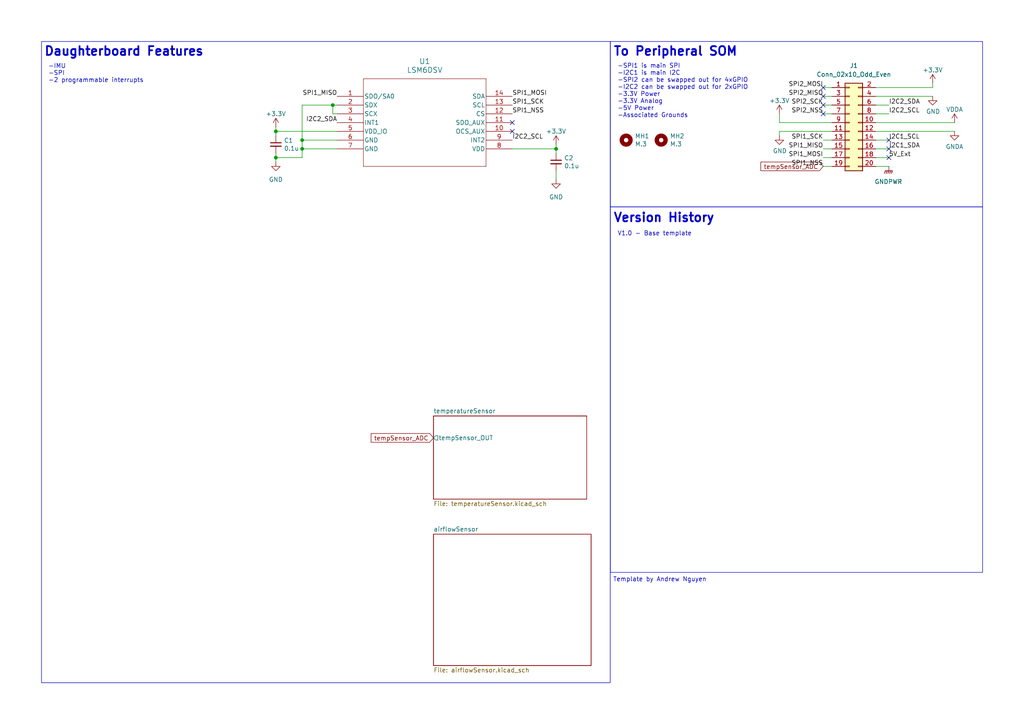
<source format=kicad_sch>
(kicad_sch (version 20230121) (generator eeschema)
  (paper "A4")
  (lib_symbols
    (symbol "Connector_Generic:Conn_02x10_Odd_Even" (pin_names (offset 1.016) hide)
      (property "Reference" "J1" (at 1.27 16.51 0))
      (property "Value" "Conn_02x10_Odd_Even" (at 1.27 13.97 0))
      (symbol "Conn_02x10_Odd_Even_1_1"
        (rectangle (start -1.27 -12.573) (end 0 -12.827) (stroke (width 0.1524)))
        (rectangle (start -1.27 -10.033) (end 0 -10.287) (stroke (width 0.1524)))
        (rectangle (start -1.27 -7.493) (end 0 -7.747) (stroke (width 0.1524)))
        (rectangle (start -1.27 -4.953) (end 0 -5.207) (stroke (width 0.1524)))
        (rectangle (start -1.27 -2.413) (end 0 -2.667) (stroke (width 0.1524)))
        (rectangle (start -1.27 0.127) (end 0 -0.127) (stroke (width 0.1524)))
        (rectangle (start -1.27 2.667) (end 0 2.413) (stroke (width 0.1524)))
        (rectangle (start -1.27 5.207) (end 0 4.953) (stroke (width 0.1524)))
        (rectangle (start -1.27 7.747) (end 0 7.493) (stroke (width 0.1524)))
        (rectangle (start -1.27 10.287) (end 0 10.033) (stroke (width 0.1524)))
        (rectangle (start -1.27 11.43) (end 3.81 -13.97) (stroke (width 0.254)) (fill (type background)))
        (rectangle (start 3.81 -12.573) (end 2.54 -12.827) (stroke (width 0.1524)))
        (rectangle (start 3.81 -10.033) (end 2.54 -10.287) (stroke (width 0.1524)))
        (rectangle (start 3.81 -7.493) (end 2.54 -7.747) (stroke (width 0.1524)))
        (rectangle (start 3.81 -4.953) (end 2.54 -5.207) (stroke (width 0.1524)))
        (rectangle (start 3.81 -2.413) (end 2.54 -2.667) (stroke (width 0.1524)))
        (rectangle (start 3.81 0.127) (end 2.54 -0.127) (stroke (width 0.1524)))
        (rectangle (start 3.81 2.667) (end 2.54 2.413) (stroke (width 0.1524)))
        (rectangle (start 3.81 5.207) (end 2.54 4.953) (stroke (width 0.1524)))
        (rectangle (start 3.81 7.747) (end 2.54 7.493) (stroke (width 0.1524)))
        (rectangle (start 3.81 10.287) (end 2.54 10.033) (stroke (width 0.1524)))
        (pin passive line (at -5.08 10.16 0) (length 3.81) (name "Pin_1") (number "1"))
        (pin power_out line (at 7.62 0 180) (length 3.81) (name "Pin_10") (number "10"))
        (pin passive line (at -5.08 -2.54 0) (length 3.81) (name "Pin_11") (number "11"))
        (pin power_out line (at 7.62 -2.54 180) (length 3.81) (name "Pin_12") (number "12"))
        (pin passive line (at -5.08 -5.08 0) (length 3.81) (name "Pin_13") (number "13"))
        (pin passive line (at 7.62 -5.08 180) (length 3.81) (name "Pin_14") (number "14"))
        (pin passive line (at -5.08 -7.62 0) (length 3.81) (name "Pin_15") (number "15"))
        (pin passive line (at 7.62 -7.62 180) (length 3.81) (name "Pin_16") (number "16"))
        (pin passive line (at -5.08 -10.16 0) (length 3.81) (name "Pin_17") (number "17"))
        (pin passive line (at 7.62 -10.16 180) (length 3.81) (name "Pin_18") (number "18"))
        (pin passive line (at -5.08 -12.7 0) (length 3.81) (name "Pin_19") (number "19"))
        (pin power_out line (at 7.62 10.16 180) (length 3.81) (name "Pin_2") (number "2"))
        (pin power_out line (at 7.62 -12.7 180) (length 3.81) (name "Pin_20") (number "20"))
        (pin passive line (at -5.08 7.62 0) (length 3.81) (name "Pin_3") (number "3"))
        (pin power_out line (at 7.62 7.62 180) (length 3.81) (name "Pin_4") (number "4"))
        (pin passive line (at -5.08 5.08 0) (length 3.81) (name "Pin_5") (number "5"))
        (pin passive line (at 7.62 5.08 180) (length 3.81) (name "Pin_6") (number "6"))
        (pin passive line (at -5.08 2.54 0) (length 3.81) (name "Pin_7") (number "7"))
        (pin passive line (at 7.62 2.54 180) (length 3.81) (name "Pin_8") (number "8"))
        (pin passive line (at -5.08 0 0) (length 3.81) (name "Pin_9") (number "9"))
      )
    )
    (symbol "Device:C_Small" (pin_numbers hide) (pin_names (offset 0.254) hide)
      (property "Reference" "C" (at 0.254 1.778 0))
      (property "Value" "C_Small" (at 0.254 -2.032 0))
      (symbol "C_Small_0_1"
        (polyline (pts (xy -1.524 -0.508) (xy 1.524 -0.508)) (stroke (width 0.3302)))
        (polyline (pts (xy -1.524 0.508) (xy 1.524 0.508)) (stroke (width 0.3048)))
      )
      (symbol "C_Small_1_1"
        (pin passive line (at 0 2.54 270) (length 2.032) (name "~") (number "1"))
        (pin passive line (at 0 -2.54 90) (length 2.032) (name "~") (number "2"))
      )
    )
    (symbol "Mechanical:MountingHole" (pin_names (offset 1.016))
      (property "Reference" "H" (at 0 5.08 0))
      (property "Value" "MountingHole" (at 0 3.175 0))
      (symbol "MountingHole_0_1"
        (circle (center 0 0) (radius 1.27) (stroke (width 1.27)))
      )
    )
    (symbol "power:+3.3V" (power) (pin_names (offset 0))
      (property "Value" "+3.3V" (at 0 3.556 0))
      (symbol "+3.3V_0_1"
        (polyline (pts (xy -0.762 1.27) (xy 0 2.54)))
        (polyline (pts (xy 0 0) (xy 0 2.54)))
        (polyline (pts (xy 0 2.54) (xy 0.762 1.27)))
      )
      (symbol "+3.3V_1_1"
        (pin power_in line (at 0 0 90) (length 0) hide (name "+3.3V") (number "1"))
      )
    )
    (symbol "power:GND" (power) (pin_names (offset 0))
      (property "Value" "GND" (at 0 -3.81 0))
      (symbol "GND_0_1"
        (polyline (pts (xy 0 0) (xy 0 -1.27) (xy 1.27 -1.27) (xy 0 -2.54) (xy -1.27 -1.27) (xy 0 -1.27)))
      )
      (symbol "GND_1_1"
        (pin power_in line (at 0 0 270) (length 0) hide (name "GND") (number "1"))
      )
    )
    (symbol "power:GNDA" (power) (pin_names (offset 0))
      (property "Value" "GNDA" (at 0 -3.81 0))
      (symbol "GNDA_0_1"
        (polyline (pts (xy 0 0) (xy 0 -1.27) (xy 1.27 -1.27) (xy 0 -2.54) (xy -1.27 -1.27) (xy 0 -1.27)))
      )
      (symbol "GNDA_1_1"
        (pin power_in line (at 0 0 270) (length 0) hide (name "GNDA") (number "1"))
      )
    )
    (symbol "power:GNDPWR" (power) (pin_names (offset 0))
      (property "Value" "GNDPWR" (at 0 -3.302 0))
      (symbol "GNDPWR_0_1"
        (polyline (pts (xy 0 -1.27) (xy 0 0)))
        (polyline (pts (xy -1.016 -1.27) (xy -1.27 -2.032) (xy -1.27 -2.032)) (stroke (width 0.2032)))
        (polyline (pts (xy -0.508 -1.27) (xy -0.762 -2.032) (xy -0.762 -2.032)) (stroke (width 0.2032)))
        (polyline (pts (xy 0 -1.27) (xy -0.254 -2.032) (xy -0.254 -2.032)) (stroke (width 0.2032)))
        (polyline (pts (xy 0.508 -1.27) (xy 0.254 -2.032) (xy 0.254 -2.032)) (stroke (width 0.2032)))
        (polyline (pts (xy 1.016 -1.27) (xy -1.016 -1.27) (xy -1.016 -1.27)) (stroke (width 0.2032)))
        (polyline (pts (xy 1.016 -1.27) (xy 0.762 -2.032) (xy 0.762 -2.032) (xy 0.762 -2.032)) (stroke (width 0.2032)))
      )
      (symbol "GNDPWR_1_1"
        (pin power_in line (at 0 0 270) (length 0) hide (name "GNDPWR") (number "1"))
      )
    )
    (symbol "power:VDDA" (power) (pin_names (offset 0))
      (property "Value" "VDDA" (at 0 3.81 0))
      (symbol "VDDA_0_1"
        (polyline (pts (xy -0.762 1.27) (xy 0 2.54)))
        (polyline (pts (xy 0 0) (xy 0 2.54)))
        (polyline (pts (xy 0 2.54) (xy 0.762 1.27)))
      )
      (symbol "VDDA_1_1"
        (pin power_in line (at 0 0 90) (length 0) hide (name "VDDA") (number "1"))
      )
    )
    (symbol "utsvt-chips:LSM6DSV" (pin_names (offset 0.254))
      (property "Reference" "U" (at 25.4 10.16 0))
      (property "Value" "LSM6DSV" (at 25.4 7.62 0))
      (property "P/N" "LSM6DSV" (at 0 0 0))
      (symbol "LSM6DSV_0_1"
        (polyline (pts (xy 7.62 -20.32) (xy 43.18 -20.32)) (stroke (width 0.127)))
        (polyline (pts (xy 7.62 5.08) (xy 7.62 -20.32)) (stroke (width 0.127)))
        (polyline (pts (xy 43.18 -20.32) (xy 43.18 5.08)) (stroke (width 0.127)))
        (polyline (pts (xy 43.18 5.08) (xy 7.62 5.08)) (stroke (width 0.127)))
      )
      (symbol "LSM6DSV_1_1"
        (pin output line (at 0 0 0) (length 7.62) (name "SDO/SA0") (number "1"))
        (pin bidirectional line (at 50.8 -10.16 180) (length 7.62) (name "OCS_AUX") (number "10"))
        (pin bidirectional line (at 50.8 -7.62 180) (length 7.62) (name "SDO_AUX") (number "11"))
        (pin input line (at 50.8 -5.08 180) (length 7.62) (name "CS") (number "12"))
        (pin input line (at 50.8 -2.54 180) (length 7.62) (name "SCL") (number "13"))
        (pin input line (at 50.8 0 180) (length 7.62) (name "SDA") (number "14"))
        (pin passive line (at 0 -2.54 0) (length 7.62) (name "SDX") (number "2"))
        (pin passive line (at 0 -5.08 0) (length 7.62) (name "SCX") (number "3"))
        (pin output line (at 0 -7.62 0) (length 7.62) (name "INT1") (number "4"))
        (pin passive line (at 0 -10.16 0) (length 7.62) (name "VDD_IO") (number "5"))
        (pin passive line (at 0 -12.7 0) (length 7.62) (name "GND") (number "6"))
        (pin passive line (at 0 -15.24 0) (length 7.62) (name "GND") (number "7"))
        (pin passive line (at 50.8 -15.24 180) (length 7.62) (name "VDD") (number "8"))
        (pin output line (at 50.8 -12.7 180) (length 7.62) (name "INT2") (number "9"))
      )
    )
  )
  (junction (at 161.29 43.18))
  (junction (at 87.63 43.18))
  (junction (at 80.01 45.72))
  (junction (at 96.52 30.48))
  (junction (at 87.63 40.64))
  (junction (at 80.01 38.1))
  (no_connect (at 257.81 45.72))
  (no_connect (at 148.59 38.1))
  (no_connect (at 238.76 27.94))
  (no_connect (at 148.59 35.56))
  (no_connect (at 257.81 43.18))
  (no_connect (at 238.76 33.02))
  (no_connect (at 238.76 25.4))
  (no_connect (at 257.81 40.64))
  (no_connect (at 238.76 30.48))
  (wire (pts (xy 254 27.94) (xy 270.51 27.94)))
  (wire (pts (xy 254 48.26) (xy 257.81 48.26)))
  (wire (pts (xy 254 40.64) (xy 257.81 40.64)))
  (wire (pts (xy 80.01 36.83) (xy 80.01 38.1)))
  (wire (pts (xy 80.01 45.72) (xy 80.01 46.99)))
  (wire (pts (xy 254 45.72) (xy 257.81 45.72)))
  (wire (pts (xy 87.63 30.48) (xy 96.52 30.48)))
  (wire (pts (xy 161.29 43.18) (xy 148.59 43.18)))
  (wire (pts (xy 87.63 40.64) (xy 87.63 43.18)))
  (wire (pts (xy 254 25.4) (xy 270.51 25.4)))
  (wire (pts (xy 254 30.48) (xy 257.81 30.48)))
  (wire (pts (xy 270.51 25.4) (xy 270.51 24.13)))
  (wire (pts (xy 96.52 30.48) (xy 96.52 33.02)))
  (wire (pts (xy 161.29 43.18) (xy 161.29 44.45)))
  (wire (pts (xy 87.63 40.64) (xy 97.79 40.64)))
  (wire (pts (xy 87.63 43.18) (xy 87.63 45.72)))
  (wire (pts (xy 97.79 30.48) (xy 96.52 30.48)))
  (wire (pts (xy 276.86 35.56) (xy 254 35.56)))
  (wire (pts (xy 238.76 33.02) (xy 241.3 33.02)))
  (wire (pts (xy 238.76 48.26) (xy 241.3 48.26)))
  (wire (pts (xy 238.76 43.18) (xy 241.3 43.18)))
  (wire (pts (xy 238.76 40.64) (xy 241.3 40.64)))
  (wire (pts (xy 276.86 38.1) (xy 254 38.1)))
  (wire (pts (xy 226.06 38.1) (xy 241.3 38.1)))
  (wire (pts (xy 80.01 38.1) (xy 97.79 38.1)))
  (wire (pts (xy 238.76 30.48) (xy 241.3 30.48)))
  (wire (pts (xy 226.06 35.56) (xy 241.3 35.56)))
  (wire (pts (xy 238.76 45.72) (xy 241.3 45.72)))
  (wire (pts (xy 87.63 30.48) (xy 87.63 40.64)))
  (wire (pts (xy 161.29 41.91) (xy 161.29 43.18)))
  (wire (pts (xy 226.06 38.1) (xy 226.06 39.37)))
  (wire (pts (xy 254 33.02) (xy 257.81 33.02)))
  (wire (pts (xy 87.63 43.18) (xy 97.79 43.18)))
  (wire (pts (xy 238.76 27.94) (xy 241.3 27.94)))
  (wire (pts (xy 80.01 44.45) (xy 80.01 45.72)))
  (wire (pts (xy 226.06 33.02) (xy 226.06 35.56)))
  (wire (pts (xy 96.52 33.02) (xy 97.79 33.02)))
  (wire (pts (xy 238.76 25.4) (xy 241.3 25.4)))
  (wire (pts (xy 161.29 49.53) (xy 161.29 52.07)))
  (wire (pts (xy 254 43.18) (xy 257.81 43.18)))
  (wire (pts (xy 80.01 45.72) (xy 87.63 45.72)))
  (wire (pts (xy 80.01 38.1) (xy 80.01 39.37)))
  (rectangle (start 12.0396 12.0396) (end 176.9872 198.0184))
  (rectangle (start 177.038 59.9948) (end 284.988 166.0144))
  (rectangle (start 177.038 12.0396) (end 284.988 59.9948))
  (text "To Peripheral SOM" (at 177.8 16.51 0) (effects (font (size 2.54 2.54) (thickness 0.508) bold) (justify left bottom)))
  (text "-IMU\n-SPI\n-2 programmable interrupts" (at 13.97 24.13 0) (effects (font (size 1.27 1.27)) (justify left bottom)))
  (text "Template by Andrew Nguyen" (at 177.8 168.91 0) (effects (font (size 1.27 1.27)) (justify left bottom)))
  (text "Daughterboard Features" (at 12.7 16.51 0) (effects (font (size 2.54 2.54) (thickness 0.508) bold) (justify left bottom)))
  (text "-SPI1 is main SPI\n-I2C1 is main I2C\n-SPI2 can be swapped out for 4xGPIO\n-I2C2 can be swapped out for 2xGPIO\n-3.3V Power\n-3.3V Analog\n-5V Power\n-Associated Grounds" (at 179.07 34.29 0) (effects (font (size 1.27 1.27)) (justify left bottom)))
  (text "V1.0 - Base template" (at 179.07 68.58 0) (effects (font (size 1.27 1.27)) (justify left bottom)))
  (text "Version History" (at 177.8 64.77 0) (effects (font (size 2.54 2.54) (thickness 0.508) bold) (justify left bottom)))
  (label "SPI2_MOSI" (at 238.76 25.4 180))
  (label "I2C1_SDA" (at 257.81 43.18 0))
  (label "SPI1_NSS" (at 148.59 33.02 0))
  (label "SPI1_MOSI" (at 238.76 45.72 180))
  (label "SPI1_SCK" (at 148.59 30.48 0))
  (label "I2C2_SDA" (at 97.79 35.56 180))
  (label "SPI1_NSS" (at 238.76 48.26 180))
  (label "SPI1_MISO" (at 238.76 43.18 180))
  (label "I2C2_SCL" (at 257.81 33.02 0))
  (label "5V_Ext" (at 257.81 45.72 0))
  (label "I2C2_SDA" (at 257.81 30.48 0))
  (label "SPI2_MISO" (at 238.76 27.94 180))
  (label "SPI1_MOSI" (at 148.59 27.94 0))
  (label "SPI1_SCK" (at 238.76 40.64 180))
  (label "I2C2_SCL" (at 148.59 40.64 0))
  (label "SPI1_MISO" (at 97.79 27.94 180))
  (label "I2C1_SCL" (at 257.81 40.64 0))
  (label "SPI2_SCK" (at 238.76 30.48 180))
  (label "SPI2_NSS" (at 238.76 33.02 180))
  (global_label "tempSensor_ADC" (shape input) (at 125.73 127 180) (property "Intersheetrefs" "${INTERSHEET_REFS}" (effects hide)))
  (global_label "tempSensor_ADC" (shape input) (at 238.76 48.26 180) (property "Intersheetrefs" "${INTERSHEET_REFS}" (effects hide)))
  (symbol (lib_id "power:+3.3V") (at 80.01 36.83 0) (unit 1)
    (property "Reference" "#PWR013" (effects hide))
    (property "Value" "+3.3V" (at 80.01 33.02 0))
  )
  (symbol (lib_id "Connector_Generic:Conn_02x10_Odd_Even") (at 246.38 35.56 0) (unit 1)
    (property "Reference" "J1" (at 247.65 19.05 0))
    (property "Value" "Conn_02x10_Odd_Even" (at 247.65 21.59 0))
    (property "Footprint" "UTSVT_Connectors:Molex_53307-2071" (effects hide))
    (property "P/N" "53307-2071" (effects hide))
  )
  (symbol (lib_id "power:GNDA") (at 276.86 38.1 0) (unit 1)
    (property "Reference" "#PWR07" (effects hide))
    (property "Value" "GNDA" (at 276.86 42.545 0))
  )
  (symbol (lib_id "power:GND") (at 270.51 27.94 0) (unit 1)
    (property "Reference" "#PWR05" (effects hide))
    (property "Value" "GND" (at 270.637 32.3342 0))
  )
  (symbol (lib_id "power:+3.3V") (at 270.51 24.13 0) (unit 1)
    (property "Reference" "#PWR04" (effects hide))
    (property "Value" "+3.3V" (at 270.51 20.32 0))
  )
  (symbol (lib_id "power:GND") (at 161.29 52.07 0) (unit 1)
    (property "Reference" "#PWR011" (effects hide))
    (property "Value" "GND" (at 161.29 57.15 0))
  )
  (symbol (lib_id "power:+3.3V") (at 226.06 33.02 0) (unit 1)
    (property "Reference" "#PWR01" (effects hide))
    (property "Value" "+3.3V" (at 226.06 29.21 0))
  )
  (symbol (lib_id "power:GND") (at 226.06 39.37 0) (unit 1)
    (property "Reference" "#PWR02" (effects hide))
    (property "Value" "GND" (at 226.187 43.7642 0))
  )
  (symbol (lib_id "power:GND") (at 80.01 46.99 0) (unit 1)
    (property "Reference" "#PWR012" (effects hide))
    (property "Value" "GND" (at 80.01 52.07 0))
  )
  (symbol (lib_id "power:+3.3V") (at 161.29 41.91 0) (unit 1)
    (property "Reference" "#PWR010" (effects hide))
    (property "Value" "+3.3V" (at 161.29 38.1 0))
  )
  (symbol (lib_id "Device:C_Small") (at 80.01 41.91 0) (unit 1)
    (property "Reference" "C1" (at 82.3468 40.7416 0) (effects (justify left)))
    (property "Value" "0.1u" (at 82.3468 43.053 0) (effects (justify left)))
    (property "Footprint" "Capacitor_SMD:C_0805_2012Metric" (effects hide))
    (property "Datasheet" "https://www.mouser.com/datasheet/2/212/KEM_C1002_X7R_SMD-1102033.pdf" (effects hide))
    (property "P/N" "C0805C104K5RAC7411" (effects hide))
  )
  (symbol (lib_id "Mechanical:MountingHole") (at 181.61 40.64 0) (unit 1)
    (property "Reference" "MH1" (at 184.15 39.4716 0) (effects (justify left)))
    (property "Value" "M.3" (at 184.15 41.783 0) (effects (justify left)))
    (property "Footprint" "MountingHole:MountingHole_3mm" (effects hide))
  )
  (symbol (lib_id "Mechanical:MountingHole") (at 191.77 40.64 0) (unit 1)
    (property "Reference" "MH2" (at 194.31 39.4716 0) (effects (justify left)))
    (property "Value" "M.3" (at 194.31 41.783 0) (effects (justify left)))
    (property "Footprint" "MountingHole:MountingHole_3mm" (effects hide))
  )
  (symbol (lib_id "power:GNDPWR") (at 257.81 48.26 0) (unit 1)
    (property "Reference" "#PWR03" (effects hide))
    (property "Value" "GNDPWR" (at 257.683 52.705 0))
  )
  (symbol (lib_id "utsvt-chips:LSM6DSV") (at 97.79 27.94 0) (unit 1)
    (property "Reference" "U1" (at 123.19 17.78 0) (effects (font (size 1.524 1.524))))
    (property "Value" "LSM6DSV" (at 123.19 20.32 0) (effects (font (size 1.524 1.524))))
    (property "Footprint" "UTSVT_ICs:LGA14-L_2P59X3P1X0P5_STM" (effects hide))
    (property "Datasheet" "https://www.mouser.com/datasheet/2/389/lsm6dsv-3006811.pdf" (effects hide))
    (property "P/N" "LSM6DSV" (effects hide))
  )
  (symbol (lib_id "power:VDDA") (at 276.86 35.56 0) (unit 1)
    (property "Reference" "#PWR06" (effects hide))
    (property "Value" "VDDA" (at 276.86 31.75 0))
  )
  (symbol (lib_id "Device:C_Small") (at 161.29 46.99 0) (unit 1)
    (property "Reference" "C2" (at 163.6268 45.8216 0) (effects (justify left)))
    (property "Value" "0.1u" (at 163.6268 48.133 0) (effects (justify left)))
    (property "Footprint" "Capacitor_SMD:C_0805_2012Metric" (effects hide))
    (property "Datasheet" "https://www.mouser.com/datasheet/2/212/KEM_C1002_X7R_SMD-1102033.pdf" (effects hide))
    (property "P/N" "C0805C104K5RAC7411" (effects hide))
  )
  (sheet (at 125.73 120.65) (size 44.45 24.13) (stroke (width 0.1524))
    (property "Sheetname" "temperatureSensor" (at 125.73 119.9384 0) (effects (justify left bottom)))
    (property "Sheetfile" "temperatureSensor.kicad_sch" (at 125.73 145.3646 0) (effects (justify left top)))
    (pin "tempSensor_OUT" output (at 125.73 127 180))
  )
  (sheet (at 125.73 154.94) (size 45.72 38.1) (stroke (width 0.1524))
    (property "Sheetname" "airflowSensor" (at 125.73 154.2284 0) (effects (justify left bottom)))
    (property "Sheetfile" "airflowSensor.kicad_sch" (at 125.73 193.6246 0) (effects (justify left top)))
  )
)
</source>
